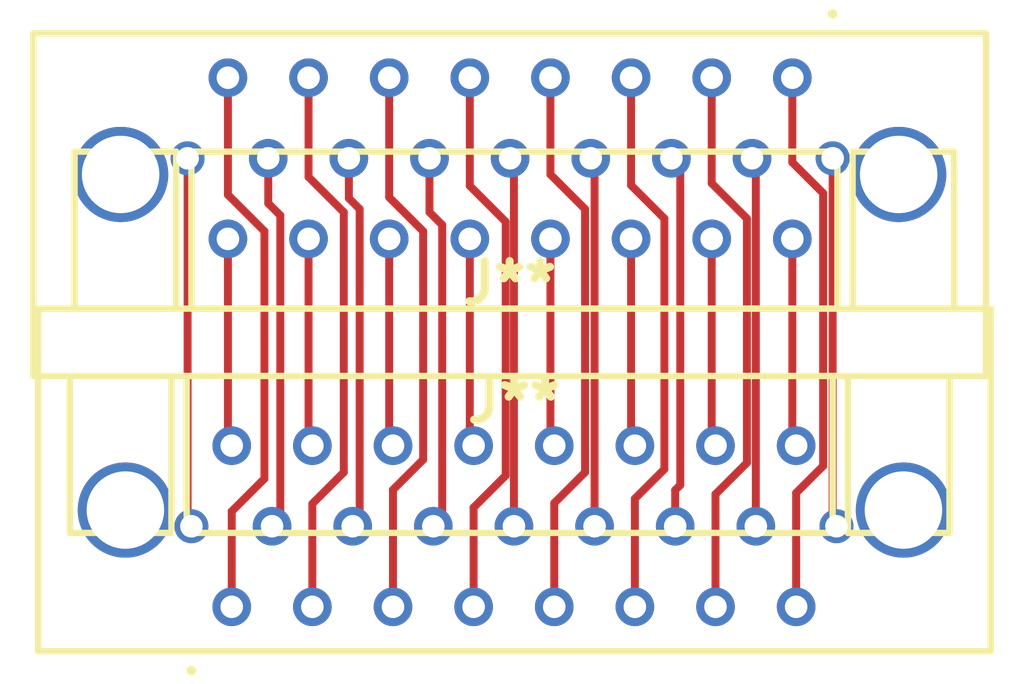
<source format=kicad_pcb>
(kicad_pcb (version 20171130) (host pcbnew 5.1.9-73d0e3b20d~88~ubuntu18.04.1)

  (general
    (thickness 1.6)
    (drawings 0)
    (tracks 82)
    (zones 0)
    (modules 2)
    (nets 1)
  )

  (page A4)
  (layers
    (0 F.Cu signal)
    (31 B.Cu signal)
    (32 B.Adhes user hide)
    (33 F.Adhes user hide)
    (34 B.Paste user hide)
    (35 F.Paste user hide)
    (36 B.SilkS user hide)
    (37 F.SilkS user hide)
    (38 B.Mask user hide)
    (39 F.Mask user hide)
    (40 Dwgs.User user)
    (41 Cmts.User user hide)
    (42 Eco1.User user)
    (43 Eco2.User user)
    (44 Edge.Cuts user)
    (45 Margin user hide)
    (46 B.CrtYd user hide)
    (47 F.CrtYd user hide)
    (48 B.Fab user hide)
    (49 F.Fab user hide)
  )

  (setup
    (last_trace_width 0.25)
    (trace_clearance 0.2)
    (zone_clearance 0.508)
    (zone_45_only no)
    (trace_min 0.2)
    (via_size 0.8)
    (via_drill 0.4)
    (via_min_size 0.4)
    (via_min_drill 0.3)
    (uvia_size 0.3)
    (uvia_drill 0.1)
    (uvias_allowed no)
    (uvia_min_size 0.2)
    (uvia_min_drill 0.1)
    (edge_width 0.05)
    (segment_width 0.2)
    (pcb_text_width 0.3)
    (pcb_text_size 1.5 1.5)
    (mod_edge_width 0.12)
    (mod_text_size 1 1)
    (mod_text_width 0.15)
    (pad_size 1.524 1.524)
    (pad_drill 0.762)
    (pad_to_mask_clearance 0)
    (aux_axis_origin 0 0)
    (visible_elements 7FFFFFFF)
    (pcbplotparams
      (layerselection 0x010fc_ffffffff)
      (usegerberextensions false)
      (usegerberattributes true)
      (usegerberadvancedattributes true)
      (creategerberjobfile true)
      (excludeedgelayer true)
      (linewidth 0.100000)
      (plotframeref false)
      (viasonmask false)
      (mode 1)
      (useauxorigin false)
      (hpglpennumber 1)
      (hpglpenspeed 20)
      (hpglpendiameter 15.000000)
      (psnegative false)
      (psa4output false)
      (plotreference true)
      (plotvalue true)
      (plotinvisibletext false)
      (padsonsilk false)
      (subtractmaskfromsilk false)
      (outputformat 1)
      (mirror false)
      (drillshape 1)
      (scaleselection 1)
      (outputdirectory ""))
  )

  (net 0 "")

  (net_class Default "This is the default net class."
    (clearance 0.2)
    (trace_width 0.25)
    (via_dia 0.8)
    (via_drill 0.4)
    (uvia_dia 0.3)
    (uvia_drill 0.1)
  )

  (module components:M8351313D02CP (layer F.Cu) (tedit 0) (tstamp 60D548AE)
    (at 43.7 62.2 180)
    (descr M83513/13-D02CP)
    (tags Connector)
    (fp_text reference J** (at -10.175 3.935) (layer F.SilkS)
      (effects (font (size 1.27 1.27) (thickness 0.254)))
    )
    (fp_text value M8351313D02CP (at -10.175 3.935) (layer F.SilkS) hide
      (effects (font (size 1.27 1.27) (thickness 0.254)))
    )
    (fp_line (start 0 -4.6) (end 0 -4.6) (layer F.SilkS) (width 0.2))
    (fp_line (start 0 -4.5) (end 0 -4.5) (layer F.SilkS) (width 0.2))
    (fp_line (start 0 -4.6) (end 0 -4.6) (layer F.SilkS) (width 0.2))
    (fp_line (start -26.18 12.81) (end -26.18 -4.94) (layer F.CrtYd) (width 0.1))
    (fp_line (start 5.83 12.81) (end -26.18 12.81) (layer F.CrtYd) (width 0.1))
    (fp_line (start 5.83 -4.94) (end 5.83 12.81) (layer F.CrtYd) (width 0.1))
    (fp_line (start -26.18 -4.94) (end 5.83 -4.94) (layer F.CrtYd) (width 0.1))
    (fp_line (start 0.48 11.81) (end 0.48 6.86) (layer F.SilkS) (width 0.2))
    (fp_line (start 3.68 11.81) (end 0.48 11.81) (layer F.SilkS) (width 0.2))
    (fp_line (start 3.68 6.86) (end 3.68 11.81) (layer F.SilkS) (width 0.2))
    (fp_line (start 0.48 6.86) (end 3.68 6.86) (layer F.SilkS) (width 0.2))
    (fp_line (start 0.48 11.81) (end 0.48 6.86) (layer F.Fab) (width 0.1))
    (fp_line (start 3.68 11.81) (end 0.48 11.81) (layer F.Fab) (width 0.1))
    (fp_line (start 3.68 6.86) (end 3.68 11.81) (layer F.Fab) (width 0.1))
    (fp_line (start 0.48 6.86) (end 3.68 6.86) (layer F.Fab) (width 0.1))
    (fp_line (start -24.03 11.81) (end -24.03 6.86) (layer F.SilkS) (width 0.2))
    (fp_line (start -20.83 11.81) (end -24.03 11.81) (layer F.SilkS) (width 0.2))
    (fp_line (start -20.83 6.86) (end -20.83 11.81) (layer F.SilkS) (width 0.2))
    (fp_line (start -24.03 6.86) (end -20.83 6.86) (layer F.SilkS) (width 0.2))
    (fp_line (start -24.03 11.81) (end -24.03 6.86) (layer F.Fab) (width 0.1))
    (fp_line (start -20.83 11.81) (end -24.03 11.81) (layer F.Fab) (width 0.1))
    (fp_line (start -20.83 6.86) (end -20.83 11.81) (layer F.Fab) (width 0.1))
    (fp_line (start -24.03 6.86) (end -20.83 6.86) (layer F.Fab) (width 0.1))
    (fp_line (start -25.18 6.86) (end -25.18 -3.94) (layer F.SilkS) (width 0.2))
    (fp_line (start 4.83 6.86) (end -25.18 6.86) (layer F.SilkS) (width 0.2))
    (fp_line (start 4.83 -3.94) (end 4.83 6.86) (layer F.SilkS) (width 0.2))
    (fp_line (start -25.18 -3.94) (end 4.83 -3.94) (layer F.SilkS) (width 0.2))
    (fp_line (start -20.35 11.81) (end -20.35 6.86) (layer F.SilkS) (width 0.2))
    (fp_line (start 0 11.81) (end -20.35 11.81) (layer F.SilkS) (width 0.2))
    (fp_line (start 0 6.86) (end 0 11.81) (layer F.SilkS) (width 0.2))
    (fp_line (start -20.35 6.86) (end 0 6.86) (layer F.SilkS) (width 0.2))
    (fp_line (start -20.35 11.81) (end -20.35 6.86) (layer F.Fab) (width 0.1))
    (fp_line (start 0 11.81) (end -20.35 11.81) (layer F.Fab) (width 0.1))
    (fp_line (start 0 6.86) (end 0 11.81) (layer F.Fab) (width 0.1))
    (fp_line (start -20.35 6.86) (end 0 6.86) (layer F.Fab) (width 0.1))
    (fp_line (start -25.18 -3.94) (end -25.18 6.86) (layer F.Fab) (width 0.1))
    (fp_line (start 4.83 -3.94) (end -25.18 -3.94) (layer F.Fab) (width 0.1))
    (fp_line (start 4.83 6.86) (end 4.83 -3.94) (layer F.Fab) (width 0.1))
    (fp_line (start -25.18 6.86) (end 4.83 6.86) (layer F.Fab) (width 0.1))
    (fp_arc (start 0 -4.55) (end 0 -4.6) (angle -180) (layer F.SilkS) (width 0.2))
    (fp_arc (start 0 -4.55) (end 0 -4.5) (angle -180) (layer F.SilkS) (width 0.2))
    (fp_arc (start 0 -4.55) (end 0 -4.6) (angle -180) (layer F.SilkS) (width 0.2))
    (fp_text user %R (at -10.175 3.935) (layer F.Fab)
      (effects (font (size 1.27 1.27) (thickness 0.254)))
    )
    (pad MH2 thru_hole circle (at -22.43 0.51 180) (size 3 3) (drill 2.44) (layers *.Cu *.Mask))
    (pad MH1 thru_hole circle (at 2.08 0.51 180) (size 3 3) (drill 2.44) (layers *.Cu *.Mask))
    (pad 25 thru_hole circle (at -19.05 2.54 180) (size 1.217 1.217) (drill 0.71) (layers *.Cu *.Mask))
    (pad 24 thru_hole circle (at -17.78 0 180) (size 1.217 1.217) (drill 0.71) (layers *.Cu *.Mask))
    (pad 23 thru_hole circle (at -16.51 2.54 180) (size 1.217 1.217) (drill 0.71) (layers *.Cu *.Mask))
    (pad 22 thru_hole circle (at -15.24 0 180) (size 1.217 1.217) (drill 0.71) (layers *.Cu *.Mask))
    (pad 21 thru_hole circle (at -13.97 2.54 180) (size 1.217 1.217) (drill 0.71) (layers *.Cu *.Mask))
    (pad 20 thru_hole circle (at -11.43 2.54 180) (size 1.217 1.217) (drill 0.71) (layers *.Cu *.Mask))
    (pad 19 thru_hole circle (at -8.89 2.54 180) (size 1.217 1.217) (drill 0.71) (layers *.Cu *.Mask))
    (pad 18 thru_hole circle (at -6.35 2.54 180) (size 1.217 1.217) (drill 0.71) (layers *.Cu *.Mask))
    (pad 17 thru_hole circle (at -5.08 0 180) (size 1.217 1.217) (drill 0.71) (layers *.Cu *.Mask))
    (pad 16 thru_hole circle (at -3.81 2.54 180) (size 1.217 1.217) (drill 0.71) (layers *.Cu *.Mask))
    (pad 15 thru_hole circle (at -2.54 0 180) (size 1.217 1.217) (drill 0.71) (layers *.Cu *.Mask))
    (pad 14 thru_hole circle (at -1.27 2.54 180) (size 1.217 1.217) (drill 0.71) (layers *.Cu *.Mask))
    (pad 13 thru_hole circle (at -20.32 0 180) (size 1.07 1.07) (drill 0.71) (layers *.Cu *.Mask))
    (pad 12 thru_hole circle (at -19.05 -2.54 180) (size 1.217 1.217) (drill 0.71) (layers *.Cu *.Mask))
    (pad 11 thru_hole circle (at -16.51 -2.54 180) (size 1.217 1.217) (drill 0.71) (layers *.Cu *.Mask))
    (pad 10 thru_hole circle (at -13.97 -2.54 180) (size 1.217 1.217) (drill 0.71) (layers *.Cu *.Mask))
    (pad 9 thru_hole circle (at -12.7 0 180) (size 1.217 1.217) (drill 0.71) (layers *.Cu *.Mask))
    (pad 8 thru_hole circle (at -11.43 -2.54 180) (size 1.217 1.217) (drill 0.71) (layers *.Cu *.Mask))
    (pad 7 thru_hole circle (at -10.16 0 180) (size 1.217 1.217) (drill 0.71) (layers *.Cu *.Mask))
    (pad 6 thru_hole circle (at -8.89 -2.54 180) (size 1.217 1.217) (drill 0.71) (layers *.Cu *.Mask))
    (pad 5 thru_hole circle (at -7.62 0 180) (size 1.217 1.217) (drill 0.71) (layers *.Cu *.Mask))
    (pad 4 thru_hole circle (at -6.35 -2.54 180) (size 1.217 1.217) (drill 0.71) (layers *.Cu *.Mask))
    (pad 3 thru_hole circle (at -3.81 -2.54 180) (size 1.217 1.217) (drill 0.71) (layers *.Cu *.Mask))
    (pad 2 thru_hole circle (at -1.27 -2.54 180) (size 1.217 1.217) (drill 0.71) (layers *.Cu *.Mask))
    (pad 1 thru_hole circle (at 0 0 180) (size 1.07 1.07) (drill 0.71) (layers *.Cu *.Mask))
    (model "C:\\Users\\Joe Camilleri\\Desktop\\KICAD_LIBRARIES\\SamacSys_Parts.3dshapes\\M83513_13-D02CP.stp"
      (at (xyz 0 0 0))
      (scale (xyz 1 1 1))
      (rotate (xyz 0 0 0))
    )
  )

  (module components:M8351313D02CP (layer F.Cu) (tedit 0) (tstamp 60D546A3)
    (at 63.9 50.6)
    (descr M83513/13-D02CP)
    (tags Connector)
    (fp_text reference J** (at -10.175 3.935) (layer F.SilkS)
      (effects (font (size 1.27 1.27) (thickness 0.254)))
    )
    (fp_text value M8351313D02CP (at -10.175 3.935) (layer F.SilkS) hide
      (effects (font (size 1.27 1.27) (thickness 0.254)))
    )
    (fp_line (start 0 -4.6) (end 0 -4.6) (layer F.SilkS) (width 0.2))
    (fp_line (start 0 -4.5) (end 0 -4.5) (layer F.SilkS) (width 0.2))
    (fp_line (start 0 -4.6) (end 0 -4.6) (layer F.SilkS) (width 0.2))
    (fp_line (start -26.18 12.81) (end -26.18 -4.94) (layer F.CrtYd) (width 0.1))
    (fp_line (start 5.83 12.81) (end -26.18 12.81) (layer F.CrtYd) (width 0.1))
    (fp_line (start 5.83 -4.94) (end 5.83 12.81) (layer F.CrtYd) (width 0.1))
    (fp_line (start -26.18 -4.94) (end 5.83 -4.94) (layer F.CrtYd) (width 0.1))
    (fp_line (start 0.48 11.81) (end 0.48 6.86) (layer F.SilkS) (width 0.2))
    (fp_line (start 3.68 11.81) (end 0.48 11.81) (layer F.SilkS) (width 0.2))
    (fp_line (start 3.68 6.86) (end 3.68 11.81) (layer F.SilkS) (width 0.2))
    (fp_line (start 0.48 6.86) (end 3.68 6.86) (layer F.SilkS) (width 0.2))
    (fp_line (start 0.48 11.81) (end 0.48 6.86) (layer F.Fab) (width 0.1))
    (fp_line (start 3.68 11.81) (end 0.48 11.81) (layer F.Fab) (width 0.1))
    (fp_line (start 3.68 6.86) (end 3.68 11.81) (layer F.Fab) (width 0.1))
    (fp_line (start 0.48 6.86) (end 3.68 6.86) (layer F.Fab) (width 0.1))
    (fp_line (start -24.03 11.81) (end -24.03 6.86) (layer F.SilkS) (width 0.2))
    (fp_line (start -20.83 11.81) (end -24.03 11.81) (layer F.SilkS) (width 0.2))
    (fp_line (start -20.83 6.86) (end -20.83 11.81) (layer F.SilkS) (width 0.2))
    (fp_line (start -24.03 6.86) (end -20.83 6.86) (layer F.SilkS) (width 0.2))
    (fp_line (start -24.03 11.81) (end -24.03 6.86) (layer F.Fab) (width 0.1))
    (fp_line (start -20.83 11.81) (end -24.03 11.81) (layer F.Fab) (width 0.1))
    (fp_line (start -20.83 6.86) (end -20.83 11.81) (layer F.Fab) (width 0.1))
    (fp_line (start -24.03 6.86) (end -20.83 6.86) (layer F.Fab) (width 0.1))
    (fp_line (start -25.18 6.86) (end -25.18 -3.94) (layer F.SilkS) (width 0.2))
    (fp_line (start 4.83 6.86) (end -25.18 6.86) (layer F.SilkS) (width 0.2))
    (fp_line (start 4.83 -3.94) (end 4.83 6.86) (layer F.SilkS) (width 0.2))
    (fp_line (start -25.18 -3.94) (end 4.83 -3.94) (layer F.SilkS) (width 0.2))
    (fp_line (start -20.35 11.81) (end -20.35 6.86) (layer F.SilkS) (width 0.2))
    (fp_line (start 0 11.81) (end -20.35 11.81) (layer F.SilkS) (width 0.2))
    (fp_line (start 0 6.86) (end 0 11.81) (layer F.SilkS) (width 0.2))
    (fp_line (start -20.35 6.86) (end 0 6.86) (layer F.SilkS) (width 0.2))
    (fp_line (start -20.35 11.81) (end -20.35 6.86) (layer F.Fab) (width 0.1))
    (fp_line (start 0 11.81) (end -20.35 11.81) (layer F.Fab) (width 0.1))
    (fp_line (start 0 6.86) (end 0 11.81) (layer F.Fab) (width 0.1))
    (fp_line (start -20.35 6.86) (end 0 6.86) (layer F.Fab) (width 0.1))
    (fp_line (start -25.18 -3.94) (end -25.18 6.86) (layer F.Fab) (width 0.1))
    (fp_line (start 4.83 -3.94) (end -25.18 -3.94) (layer F.Fab) (width 0.1))
    (fp_line (start 4.83 6.86) (end 4.83 -3.94) (layer F.Fab) (width 0.1))
    (fp_line (start -25.18 6.86) (end 4.83 6.86) (layer F.Fab) (width 0.1))
    (fp_arc (start 0 -4.55) (end 0 -4.6) (angle -180) (layer F.SilkS) (width 0.2))
    (fp_arc (start 0 -4.55) (end 0 -4.5) (angle -180) (layer F.SilkS) (width 0.2))
    (fp_arc (start 0 -4.55) (end 0 -4.6) (angle -180) (layer F.SilkS) (width 0.2))
    (fp_text user %R (at -10.175 3.935) (layer F.Fab)
      (effects (font (size 1.27 1.27) (thickness 0.254)))
    )
    (pad MH2 thru_hole circle (at -22.43 0.51) (size 3 3) (drill 2.44) (layers *.Cu *.Mask))
    (pad MH1 thru_hole circle (at 2.08 0.51) (size 3 3) (drill 2.44) (layers *.Cu *.Mask))
    (pad 25 thru_hole circle (at -19.05 2.54) (size 1.217 1.217) (drill 0.71) (layers *.Cu *.Mask))
    (pad 24 thru_hole circle (at -17.78 0) (size 1.217 1.217) (drill 0.71) (layers *.Cu *.Mask))
    (pad 23 thru_hole circle (at -16.51 2.54) (size 1.217 1.217) (drill 0.71) (layers *.Cu *.Mask))
    (pad 22 thru_hole circle (at -15.24 0) (size 1.217 1.217) (drill 0.71) (layers *.Cu *.Mask))
    (pad 21 thru_hole circle (at -13.97 2.54) (size 1.217 1.217) (drill 0.71) (layers *.Cu *.Mask))
    (pad 20 thru_hole circle (at -11.43 2.54) (size 1.217 1.217) (drill 0.71) (layers *.Cu *.Mask))
    (pad 19 thru_hole circle (at -8.89 2.54) (size 1.217 1.217) (drill 0.71) (layers *.Cu *.Mask))
    (pad 18 thru_hole circle (at -6.35 2.54) (size 1.217 1.217) (drill 0.71) (layers *.Cu *.Mask))
    (pad 17 thru_hole circle (at -5.08 0) (size 1.217 1.217) (drill 0.71) (layers *.Cu *.Mask))
    (pad 16 thru_hole circle (at -3.81 2.54) (size 1.217 1.217) (drill 0.71) (layers *.Cu *.Mask))
    (pad 15 thru_hole circle (at -2.54 0) (size 1.217 1.217) (drill 0.71) (layers *.Cu *.Mask))
    (pad 14 thru_hole circle (at -1.27 2.54) (size 1.217 1.217) (drill 0.71) (layers *.Cu *.Mask))
    (pad 13 thru_hole circle (at -20.32 0) (size 1.07 1.07) (drill 0.71) (layers *.Cu *.Mask))
    (pad 12 thru_hole circle (at -19.05 -2.54) (size 1.217 1.217) (drill 0.71) (layers *.Cu *.Mask))
    (pad 11 thru_hole circle (at -16.51 -2.54) (size 1.217 1.217) (drill 0.71) (layers *.Cu *.Mask))
    (pad 10 thru_hole circle (at -13.97 -2.54) (size 1.217 1.217) (drill 0.71) (layers *.Cu *.Mask))
    (pad 9 thru_hole circle (at -12.7 0) (size 1.217 1.217) (drill 0.71) (layers *.Cu *.Mask))
    (pad 8 thru_hole circle (at -11.43 -2.54) (size 1.217 1.217) (drill 0.71) (layers *.Cu *.Mask))
    (pad 7 thru_hole circle (at -10.16 0) (size 1.217 1.217) (drill 0.71) (layers *.Cu *.Mask))
    (pad 6 thru_hole circle (at -8.89 -2.54) (size 1.217 1.217) (drill 0.71) (layers *.Cu *.Mask))
    (pad 5 thru_hole circle (at -7.62 0) (size 1.217 1.217) (drill 0.71) (layers *.Cu *.Mask))
    (pad 4 thru_hole circle (at -6.35 -2.54) (size 1.217 1.217) (drill 0.71) (layers *.Cu *.Mask))
    (pad 3 thru_hole circle (at -3.81 -2.54) (size 1.217 1.217) (drill 0.71) (layers *.Cu *.Mask))
    (pad 2 thru_hole circle (at -1.27 -2.54) (size 1.217 1.217) (drill 0.71) (layers *.Cu *.Mask))
    (pad 1 thru_hole circle (at 0 0) (size 1.07 1.07) (drill 0.71) (layers *.Cu *.Mask))
    (model "C:\\Users\\Joe Camilleri\\Desktop\\KICAD_LIBRARIES\\SamacSys_Parts.3dshapes\\M83513_13-D02CP.stp"
      (at (xyz 0 0 0))
      (scale (xyz 1 1 1))
      (rotate (xyz 0 0 0))
    )
  )

  (segment (start 43.58 62.08) (end 43.7 62.2) (width 0.25) (layer F.Cu) (net 0))
  (segment (start 43.58 50.6) (end 43.58 62.08) (width 0.25) (layer F.Cu) (net 0))
  (segment (start 44.85 59.54) (end 44.97 59.66) (width 0.25) (layer F.Cu) (net 0))
  (segment (start 44.85 53.14) (end 44.85 59.54) (width 0.25) (layer F.Cu) (net 0))
  (segment (start 44.85 48.06) (end 44.85 51.75) (width 0.25) (layer F.Cu) (net 0))
  (segment (start 44.85 51.75) (end 46 52.9) (width 0.25) (layer F.Cu) (net 0))
  (segment (start 46 52.9) (end 46 60.7) (width 0.25) (layer F.Cu) (net 0))
  (segment (start 44.97 61.73) (end 44.97 64.74) (width 0.25) (layer F.Cu) (net 0))
  (segment (start 46 60.7) (end 44.97 61.73) (width 0.25) (layer F.Cu) (net 0))
  (segment (start 46.12 50.6) (end 46.12 52.02) (width 0.25) (layer F.Cu) (net 0))
  (segment (start 46.12 52.02) (end 46.5 52.4) (width 0.25) (layer F.Cu) (net 0))
  (segment (start 46.5 61.94) (end 46.24 62.2) (width 0.25) (layer F.Cu) (net 0))
  (segment (start 46.5 52.4) (end 46.5 61.94) (width 0.25) (layer F.Cu) (net 0))
  (segment (start 47.39 59.54) (end 47.51 59.66) (width 0.25) (layer F.Cu) (net 0))
  (segment (start 47.39 53.14) (end 47.39 59.54) (width 0.25) (layer F.Cu) (net 0))
  (segment (start 47.39 48.06) (end 47.39 51.19) (width 0.25) (layer F.Cu) (net 0))
  (segment (start 47.39 51.19) (end 48.5 52.3) (width 0.25) (layer F.Cu) (net 0))
  (segment (start 48.5 52.3) (end 48.5 60.5) (width 0.25) (layer F.Cu) (net 0))
  (segment (start 47.51 61.49) (end 47.51 64.74) (width 0.25) (layer F.Cu) (net 0))
  (segment (start 48.5 60.5) (end 47.51 61.49) (width 0.25) (layer F.Cu) (net 0))
  (segment (start 48.66 50.6) (end 48.66 51.86) (width 0.25) (layer F.Cu) (net 0))
  (segment (start 48.66 51.86) (end 49 52.2) (width 0.25) (layer F.Cu) (net 0))
  (segment (start 49 61.98) (end 48.78 62.2) (width 0.25) (layer F.Cu) (net 0))
  (segment (start 49 52.2) (end 49 61.98) (width 0.25) (layer F.Cu) (net 0))
  (segment (start 49.93 59.54) (end 50.05 59.66) (width 0.25) (layer F.Cu) (net 0))
  (segment (start 49.93 53.14) (end 49.93 59.54) (width 0.25) (layer F.Cu) (net 0))
  (segment (start 49.93 48.06) (end 49.93 51.83) (width 0.25) (layer F.Cu) (net 0))
  (segment (start 49.93 51.83) (end 51 52.9) (width 0.25) (layer F.Cu) (net 0))
  (segment (start 51 52.9) (end 51 60.1) (width 0.25) (layer F.Cu) (net 0))
  (segment (start 50.05 61.05) (end 50.05 64.74) (width 0.25) (layer F.Cu) (net 0))
  (segment (start 51 60.1) (end 50.05 61.05) (width 0.25) (layer F.Cu) (net 0))
  (segment (start 51.2 50.6) (end 51.2 52.3) (width 0.25) (layer F.Cu) (net 0))
  (segment (start 51.2 52.3) (end 51.6 52.7) (width 0.25) (layer F.Cu) (net 0))
  (segment (start 51.6 61.92) (end 51.32 62.2) (width 0.25) (layer F.Cu) (net 0))
  (segment (start 51.6 52.7) (end 51.6 61.92) (width 0.25) (layer F.Cu) (net 0))
  (segment (start 52.47 59.54) (end 52.59 59.66) (width 0.25) (layer F.Cu) (net 0))
  (segment (start 52.47 53.14) (end 52.47 59.54) (width 0.25) (layer F.Cu) (net 0))
  (segment (start 55.01 59.54) (end 55.13 59.66) (width 0.25) (layer F.Cu) (net 0))
  (segment (start 55.01 53.14) (end 55.01 59.54) (width 0.25) (layer F.Cu) (net 0))
  (segment (start 57.55 59.54) (end 57.67 59.66) (width 0.25) (layer F.Cu) (net 0))
  (segment (start 57.55 53.14) (end 57.55 59.54) (width 0.25) (layer F.Cu) (net 0))
  (segment (start 60.09 59.54) (end 60.21 59.66) (width 0.25) (layer F.Cu) (net 0))
  (segment (start 60.09 53.14) (end 60.09 59.54) (width 0.25) (layer F.Cu) (net 0))
  (segment (start 62.63 59.54) (end 62.75 59.66) (width 0.25) (layer F.Cu) (net 0))
  (segment (start 62.63 53.14) (end 62.63 59.54) (width 0.25) (layer F.Cu) (net 0))
  (segment (start 52.59 64.74) (end 52.59 61.61) (width 0.25) (layer F.Cu) (net 0))
  (segment (start 52.59 61.61) (end 53.6 60.6) (width 0.25) (layer F.Cu) (net 0))
  (segment (start 53.6 60.6) (end 53.6 52.6) (width 0.25) (layer F.Cu) (net 0))
  (segment (start 52.47 51.47) (end 52.47 48.06) (width 0.25) (layer F.Cu) (net 0))
  (segment (start 53.6 52.6) (end 52.47 51.47) (width 0.25) (layer F.Cu) (net 0))
  (segment (start 53.86 50.72) (end 53.74 50.6) (width 0.25) (layer F.Cu) (net 0))
  (segment (start 53.86 62.2) (end 53.86 50.72) (width 0.25) (layer F.Cu) (net 0))
  (segment (start 55.13 64.74) (end 55.13 61.47) (width 0.25) (layer F.Cu) (net 0))
  (segment (start 55.13 61.47) (end 56.1 60.5) (width 0.25) (layer F.Cu) (net 0))
  (segment (start 56.1 60.5) (end 56.1 52.2) (width 0.25) (layer F.Cu) (net 0))
  (segment (start 55.01 51.11) (end 55.01 48.06) (width 0.25) (layer F.Cu) (net 0))
  (segment (start 56.1 52.2) (end 55.01 51.11) (width 0.25) (layer F.Cu) (net 0))
  (segment (start 56.4 50.72) (end 56.28 50.6) (width 0.25) (layer F.Cu) (net 0))
  (segment (start 56.4 62.2) (end 56.4 50.72) (width 0.25) (layer F.Cu) (net 0))
  (segment (start 57.67 64.74) (end 57.67 61.33) (width 0.25) (layer F.Cu) (net 0))
  (segment (start 57.67 61.33) (end 58.6 60.4) (width 0.25) (layer F.Cu) (net 0))
  (segment (start 58.6 60.4) (end 58.6 52.5) (width 0.25) (layer F.Cu) (net 0))
  (segment (start 57.55 51.45) (end 57.55 48.06) (width 0.25) (layer F.Cu) (net 0))
  (segment (start 58.6 52.5) (end 57.55 51.45) (width 0.25) (layer F.Cu) (net 0))
  (segment (start 58.94 62.2) (end 58.94 61.06) (width 0.25) (layer F.Cu) (net 0))
  (segment (start 58.94 61.06) (end 59.1 60.9) (width 0.25) (layer F.Cu) (net 0))
  (segment (start 59.1 50.88) (end 58.82 50.6) (width 0.25) (layer F.Cu) (net 0))
  (segment (start 59.1 60.9) (end 59.1 50.88) (width 0.25) (layer F.Cu) (net 0))
  (segment (start 60.21 64.74) (end 60.21 61.19) (width 0.25) (layer F.Cu) (net 0))
  (segment (start 60.21 61.19) (end 61.2 60.2) (width 0.25) (layer F.Cu) (net 0))
  (segment (start 61.2 60.2) (end 61.2 52.5) (width 0.25) (layer F.Cu) (net 0))
  (segment (start 60.09 51.39) (end 60.09 48.06) (width 0.25) (layer F.Cu) (net 0))
  (segment (start 61.2 52.5) (end 60.09 51.39) (width 0.25) (layer F.Cu) (net 0))
  (segment (start 61.48 50.72) (end 61.36 50.6) (width 0.25) (layer F.Cu) (net 0))
  (segment (start 61.48 62.2) (end 61.48 50.72) (width 0.25) (layer F.Cu) (net 0))
  (segment (start 62.75 64.74) (end 62.75 61.15) (width 0.25) (layer F.Cu) (net 0))
  (segment (start 62.75 61.15) (end 63.6 60.3) (width 0.25) (layer F.Cu) (net 0))
  (segment (start 63.6 60.3) (end 63.6 51.7) (width 0.25) (layer F.Cu) (net 0))
  (segment (start 62.63 50.73) (end 62.63 48.06) (width 0.25) (layer F.Cu) (net 0))
  (segment (start 63.6 51.7) (end 62.63 50.73) (width 0.25) (layer F.Cu) (net 0))
  (segment (start 63.9 62.08) (end 64.02 62.2) (width 0.25) (layer F.Cu) (net 0))
  (segment (start 63.9 50.6) (end 63.9 62.08) (width 0.25) (layer F.Cu) (net 0))

)

</source>
